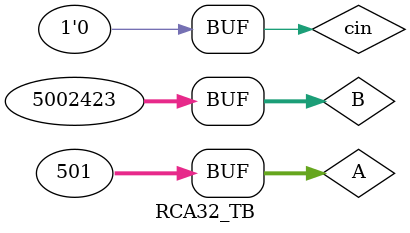
<source format=v>
`timescale 1ns / 1ps


module RCA32_TB;
    // Inputs
    reg[31:0] A;
    reg[31:0] B;
    reg cin;

    // Outputs
    wire[31:0] sum;
    wire cout;

    RCA_32 A1(.A(A), .B(B), .cin(cin), 
            .S(sum), .cout(cout));
    
    initial 
        begin
            $monitor ("A = %d, B = %d, cin = %b, sum = %d, cout = %b\n", A, B, cin, sum, cout);

            // Test cases
            // 32-bit unsigned numbers can vary from [0, 4294967295]
            // Output can range from [0, 8589934591]
            A = 32'd4294967290; B = 32'd4294967294; cin = 1'd0;     //sum = 32'd4294967288, cout = 32'd1    
            #100;
            A = 32'd1; B = 32'd4294967295; cin = 1'd0;              //sum = 32'd0, cout = 32'd1
            #100;
            A = 32'd1005; B = 32'd69; cin = 1'd1;                   //sum = 32'd1075, cout = 32'd0
            #100;
            A = 32'd151242; B = 32'd53831224; cin = 1'd1;           //sum = 32'd53982467, cout = 32'd0
            #100;
            A = 32'd501; B = 32'd5002423; cin = 1'd0;               //sum = 32'd5002924, cout = 32'd0
        end

endmodule
</source>
